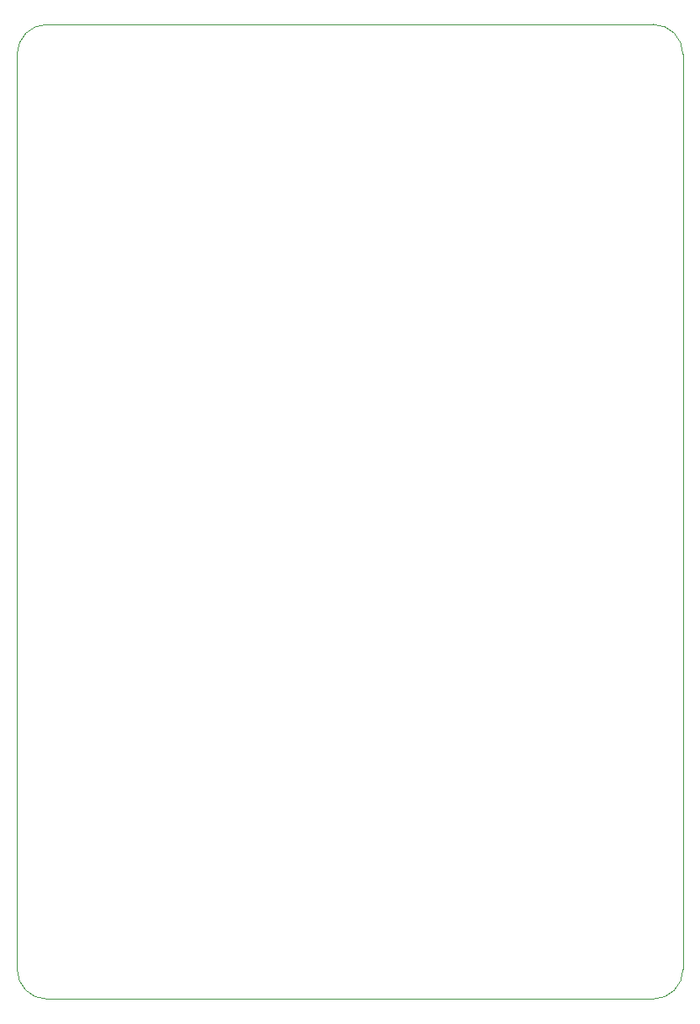
<source format=gbr>
G04 #@! TF.GenerationSoftware,KiCad,Pcbnew,(5.1.9)-1*
G04 #@! TF.CreationDate,2021-01-16T15:24:31-08:00*
G04 #@! TF.ProjectId,SJ-201-R6,534a2d32-3031-42d5-9236-2e6b69636164,rev?*
G04 #@! TF.SameCoordinates,Original*
G04 #@! TF.FileFunction,Profile,NP*
%FSLAX46Y46*%
G04 Gerber Fmt 4.6, Leading zero omitted, Abs format (unit mm)*
G04 Created by KiCad (PCBNEW (5.1.9)-1) date 2021-01-16 15:24:31*
%MOMM*%
%LPD*%
G01*
G04 APERTURE LIST*
G04 #@! TA.AperFunction,Profile*
%ADD10C,0.100000*%
G04 #@! TD*
G04 APERTURE END LIST*
D10*
X64000000Y0D02*
G75*
G02*
X67000000Y-3000000I0J-3000000D01*
G01*
X3000000Y-98000000D02*
G75*
G02*
X0Y-95000000I0J3000000D01*
G01*
X3000000Y-98000000D02*
X64000000Y-98000000D01*
X67000000Y-95000000D02*
X67000000Y-3000000D01*
X64000000Y0D02*
X3000000Y0D01*
X0Y-3000000D02*
G75*
G02*
X3000000Y0I3000000J0D01*
G01*
X0Y-3000000D02*
X0Y-95000000D01*
X67000000Y-95000000D02*
G75*
G02*
X64000000Y-98000000I-3000000J0D01*
G01*
M02*

</source>
